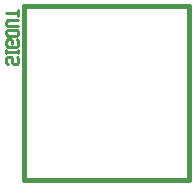
<source format=gbr>
G04 start of page 10 for group -4078 idx -4078 *
G04 Title: (unknown), bottomsilk *
G04 Creator: pcb 1.99z *
G04 CreationDate: Tue 21 Jul 2015 09:42:00 PM GMT UTC *
G04 For: david *
G04 Format: Gerber/RS-274X *
G04 PCB-Dimensions (mil): 3600.00 1200.00 *
G04 PCB-Coordinate-Origin: lower left *
%MOIN*%
%FSLAX25Y25*%
%LNBOTTOMSILK*%
%ADD50C,0.0100*%
%ADD49C,0.0150*%
G54D49*X302071Y39819D02*X357071D01*
Y97819D01*
X302071D01*
Y39819D01*
G54D50*X299971Y80419D02*X299471Y80919D01*
X299971Y78919D02*Y80419D01*
X299471Y78419D02*X299971Y78919D01*
X298471Y78419D02*X299471D01*
X298471D02*X297971Y78919D01*
Y80419D01*
X297471Y80919D01*
X296471D02*X297471D01*
X295971Y80419D02*X296471Y80919D01*
X295971Y78919D02*Y80419D01*
X296471Y78419D02*X295971Y78919D01*
X299971Y82119D02*Y83119D01*
X295971Y82619D02*X299971D01*
X295971Y82119D02*Y83119D01*
X299971Y86319D02*X299471Y86819D01*
X299971Y84819D02*Y86319D01*
X299471Y84319D02*X299971Y84819D01*
X296471Y84319D02*X299471D01*
X296471D02*X295971Y84819D01*
Y86319D01*
X296471Y86819D01*
X297471D01*
X297971Y86319D02*X297471Y86819D01*
X297971Y85319D02*Y86319D01*
X296471Y88019D02*X299471D01*
X299971Y88519D01*
Y89519D01*
X299471Y90019D01*
X296471D02*X299471D01*
X295971Y89519D02*X296471Y90019D01*
X295971Y88519D02*Y89519D01*
X296471Y88019D02*X295971Y88519D01*
X296471Y91219D02*X299971D01*
X296471D02*X295971Y91719D01*
Y92719D01*
X296471Y93219D01*
X299971D01*
Y94419D02*Y96419D01*
X295971Y95419D02*X299971D01*
M02*

</source>
